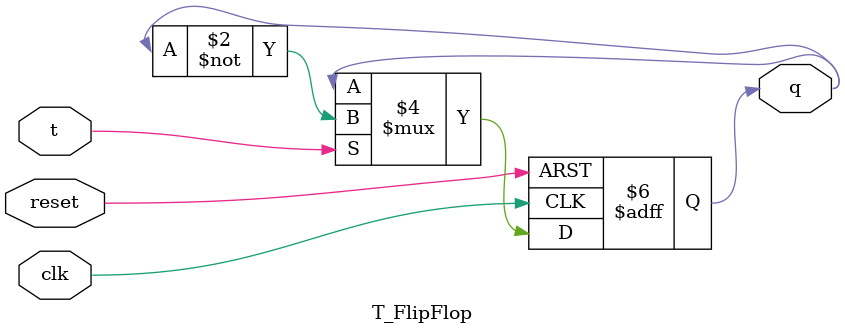
<source format=sv>
`timescale 1ns / 1ps


module T_FlipFlop(  output logic q,
                    input logic clk, reset, t
                    );

always_ff @ (posedge clk or posedge reset)
begin
    if (reset)
    q <= 1'b0;
    else
        begin
            if (t) // Toggle output when T=1
            q <= ~q;
            else            // Otherwise retain state
            q <= q;
        end
end

endmodule

</source>
